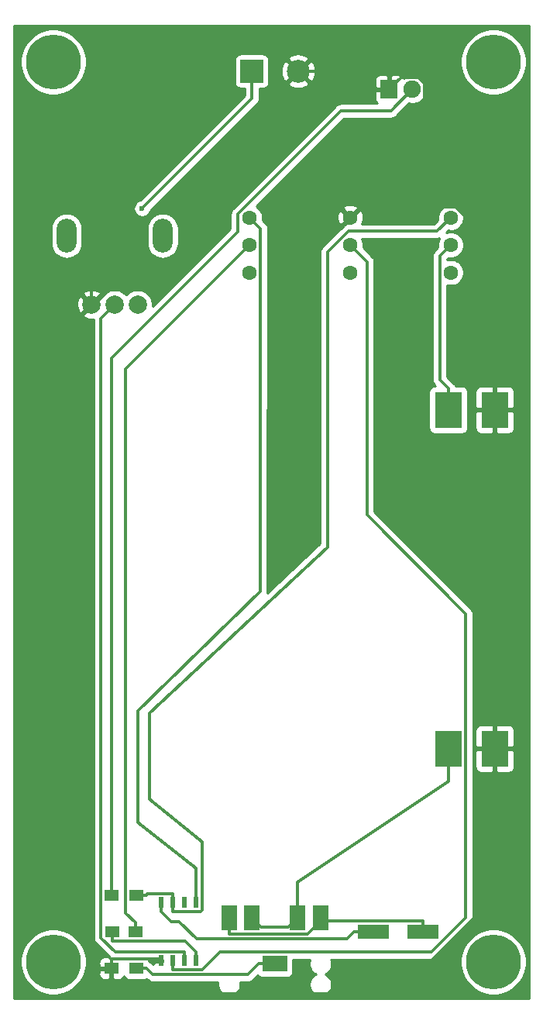
<source format=gbr>
G04 #@! TF.GenerationSoftware,KiCad,Pcbnew,(5.1.0-0)*
G04 #@! TF.CreationDate,2019-04-30T21:56:07-04:00*
G04 #@! TF.ProjectId,The Ear Tool,54686520-4561-4722-9054-6f6f6c2e6b69,1.3*
G04 #@! TF.SameCoordinates,Original*
G04 #@! TF.FileFunction,Copper,L2,Bot*
G04 #@! TF.FilePolarity,Positive*
%FSLAX46Y46*%
G04 Gerber Fmt 4.6, Leading zero omitted, Abs format (unit mm)*
G04 Created by KiCad (PCBNEW (5.1.0-0)) date 2019-04-30 21:56:07*
%MOMM*%
%LPD*%
G04 APERTURE LIST*
%ADD10R,1.900000X2.000000*%
%ADD11C,1.900000*%
%ADD12R,3.000000X4.000000*%
%ADD13C,1.600000*%
%ADD14C,6.000000*%
%ADD15C,2.000000*%
%ADD16O,2.200000X3.700000*%
%ADD17R,2.700000X1.800000*%
%ADD18R,1.800000X2.700000*%
%ADD19R,3.500000X1.600000*%
%ADD20R,0.508000X1.143000*%
%ADD21R,2.500000X2.500000*%
%ADD22C,2.500000*%
%ADD23R,1.500000X1.250000*%
%ADD24R,1.500000X1.300000*%
%ADD25C,0.600000*%
%ADD26C,0.350000*%
%ADD27C,0.254000*%
G04 APERTURE END LIST*
D10*
X146000000Y-45000000D03*
D11*
X148540000Y-45000000D03*
D12*
X157540000Y-117000000D03*
X152460000Y-117000000D03*
X152460000Y-80000000D03*
X157540000Y-80000000D03*
D13*
X152750000Y-65000000D03*
X152750000Y-62000000D03*
X152750000Y-59000000D03*
X141750000Y-65000000D03*
X141750000Y-62000000D03*
X141750000Y-59000000D03*
D14*
X109300000Y-42000000D03*
X157400000Y-42000000D03*
X109300000Y-140300000D03*
X157400000Y-140300000D03*
D15*
X113500000Y-68500000D03*
X116000000Y-68500000D03*
X118500000Y-68500000D03*
D16*
X110750000Y-61000000D03*
X121250000Y-61000000D03*
D17*
X133500000Y-140500000D03*
D18*
X128500000Y-135500000D03*
X131000000Y-135500000D03*
X136000000Y-135500000D03*
X138500000Y-135500000D03*
D19*
X144300000Y-137000000D03*
X149700000Y-137000000D03*
D20*
X124905000Y-133825000D03*
X123635000Y-133825000D03*
X122365000Y-133825000D03*
X121095000Y-133825000D03*
X121095000Y-140175000D03*
X122365000Y-140175000D03*
X123635000Y-140175000D03*
X124905000Y-140175000D03*
D21*
X131000000Y-43000000D03*
D22*
X136080000Y-43000000D03*
D13*
X130750000Y-65000000D03*
X130750000Y-62000000D03*
X130750000Y-59000000D03*
D23*
X115750000Y-137000000D03*
X118250000Y-137000000D03*
D24*
X115650000Y-133000000D03*
X118350000Y-133000000D03*
X118350000Y-141000000D03*
X115650000Y-141000000D03*
D25*
X119000000Y-58000000D03*
D26*
X115750000Y-137000000D02*
X115750000Y-138000300D01*
X124905000Y-140175000D02*
X124905000Y-139228200D01*
X123677100Y-138000300D02*
X124905000Y-139228200D01*
X115750000Y-138000300D02*
X123677100Y-138000300D01*
X117224600Y-75525400D02*
X130750000Y-62000000D01*
X117224600Y-134974300D02*
X117224600Y-75525400D01*
X118250000Y-135999700D02*
X117224600Y-134974300D01*
X118250000Y-137000000D02*
X118250000Y-135999700D01*
X121095000Y-133825000D02*
X121095000Y-134771800D01*
X144300000Y-137000000D02*
X142174700Y-137000000D01*
X141384700Y-137790000D02*
X142174700Y-137000000D01*
X124958100Y-137790000D02*
X141384700Y-137790000D01*
X123067000Y-135898900D02*
X124958100Y-137790000D01*
X122222100Y-135898900D02*
X123067000Y-135898900D01*
X121095000Y-134771800D02*
X122222100Y-135898900D01*
X149700000Y-137000000D02*
X149700000Y-135824700D01*
X137099400Y-137225300D02*
X128500000Y-137225300D01*
X138662400Y-135662300D02*
X137099400Y-137225300D01*
X138824700Y-135824700D02*
X138662400Y-135662300D01*
X149700000Y-135824700D02*
X138824700Y-135824700D01*
X138662400Y-135662300D02*
X138500000Y-135500000D01*
X128500000Y-135500000D02*
X128500000Y-137225300D01*
X146000000Y-45000000D02*
X144674700Y-45000000D01*
X120894700Y-139974700D02*
X115650000Y-139974700D01*
X121095000Y-140175000D02*
X120894700Y-139974700D01*
X115650000Y-141000000D02*
X115650000Y-139974700D01*
X115650000Y-141000000D02*
X115650000Y-142025300D01*
X142674700Y-43000000D02*
X136080000Y-43000000D01*
X144674700Y-45000000D02*
X142674700Y-43000000D01*
X157540000Y-133188100D02*
X157540000Y-117000000D01*
X146950100Y-143778000D02*
X157540000Y-133188100D01*
X117402700Y-143778000D02*
X146950100Y-143778000D01*
X115650000Y-142025300D02*
X117402700Y-143778000D01*
X157540000Y-117000000D02*
X157540000Y-80000000D01*
X113500000Y-65580000D02*
X113500000Y-68500000D01*
X136080000Y-43000000D02*
X113500000Y-65580000D01*
X147325400Y-43674600D02*
X146000000Y-45000000D01*
X149161000Y-43674600D02*
X147325400Y-43674600D01*
X149899500Y-44413100D02*
X149161000Y-43674600D01*
X149899500Y-57816100D02*
X149899500Y-44413100D01*
X153228600Y-57816100D02*
X149899500Y-57816100D01*
X157540000Y-62127500D02*
X153228600Y-57816100D01*
X157540000Y-80000000D02*
X157540000Y-62127500D01*
X142933900Y-57816100D02*
X141750000Y-59000000D01*
X149899500Y-57816100D02*
X142933900Y-57816100D01*
X146201100Y-47338900D02*
X148540000Y-45000000D01*
X140737400Y-47338900D02*
X146201100Y-47338900D01*
X129459300Y-58617000D02*
X140737400Y-47338900D01*
X129459300Y-60530600D02*
X129459300Y-58617000D01*
X115650000Y-74339900D02*
X129459300Y-60530600D01*
X115650000Y-133000000D02*
X115650000Y-74339900D01*
X152460000Y-117000000D02*
X152450000Y-120550000D01*
X134998800Y-136501200D02*
X136000000Y-135500000D01*
X132001200Y-136501200D02*
X134998800Y-136501200D01*
X131000000Y-135500000D02*
X132001200Y-136501200D01*
X136000000Y-131584700D02*
X152450000Y-120550000D01*
X136000000Y-135500000D02*
X136000000Y-131584700D01*
X123635000Y-140175000D02*
X123635000Y-139228200D01*
X114507300Y-69992700D02*
X116000000Y-68500000D01*
X114507300Y-137663500D02*
X114507300Y-69992700D01*
X116072000Y-139228200D02*
X114507300Y-137663500D01*
X123635000Y-139228200D02*
X116072000Y-139228200D01*
X151551900Y-76716600D02*
X152460000Y-77624700D01*
X151551900Y-63198100D02*
X151551900Y-76716600D01*
X152750000Y-62000000D02*
X151551900Y-63198100D01*
X152460000Y-80000000D02*
X152460000Y-77624700D01*
X151250000Y-60500000D02*
X152750000Y-59000000D01*
X141551300Y-60500000D02*
X151250000Y-60500000D01*
X139275500Y-62775800D02*
X141551300Y-60500000D01*
X139275500Y-94971200D02*
X139275500Y-62775800D01*
X119800000Y-113100000D02*
X139275500Y-94971200D01*
X119850000Y-122550000D02*
X119800000Y-113100000D01*
X125550000Y-127150000D02*
X119850000Y-122550000D01*
X125534400Y-134602000D02*
X125550000Y-127150000D01*
X125364600Y-134771800D02*
X125534400Y-134602000D01*
X122365000Y-134771800D02*
X125364600Y-134771800D01*
X122365000Y-133825000D02*
X122365000Y-134771800D01*
X119597100Y-132878200D02*
X122365000Y-132878200D01*
X119475300Y-133000000D02*
X119597100Y-132878200D01*
X118350000Y-133000000D02*
X119475300Y-133000000D01*
X122365000Y-133825000D02*
X122365000Y-132878200D01*
X143574600Y-63824600D02*
X141750000Y-62000000D01*
X143574600Y-91490000D02*
X143574600Y-63824600D01*
X154373900Y-102289300D02*
X143574600Y-91490000D01*
X154373900Y-135455600D02*
X154373900Y-102289300D01*
X150604800Y-139224700D02*
X154373900Y-135455600D01*
X127474300Y-139224700D02*
X150604800Y-139224700D01*
X125577200Y-141121800D02*
X127474300Y-139224700D01*
X122365000Y-141121800D02*
X125577200Y-141121800D01*
X122365000Y-140175000D02*
X122365000Y-141121800D01*
X118350000Y-141000000D02*
X119475300Y-141000000D01*
X133500000Y-140500000D02*
X131774700Y-140500000D01*
X130589800Y-141684900D02*
X131774700Y-140500000D01*
X120160200Y-141684900D02*
X130589800Y-141684900D01*
X119475300Y-141000000D02*
X120160200Y-141684900D01*
X131000000Y-46000000D02*
X131000000Y-43000000D01*
X119000000Y-58000000D02*
X131000000Y-46000000D01*
X124905000Y-130071000D02*
X124905000Y-133825000D01*
X118550000Y-125100000D02*
X124905000Y-130071000D01*
X118550000Y-112850000D02*
X118550000Y-125100000D01*
X131900000Y-99850000D02*
X118550000Y-112850000D01*
X131947400Y-60197400D02*
X131900000Y-99850000D01*
X130750000Y-59000000D02*
X131947400Y-60197400D01*
D27*
G36*
X161290001Y-38265115D02*
G01*
X161290000Y-38265124D01*
X161290001Y-143965114D01*
X161290000Y-143965124D01*
X161290000Y-144290000D01*
X105010000Y-144290000D01*
X105010000Y-139941984D01*
X105665000Y-139941984D01*
X105665000Y-140658016D01*
X105804691Y-141360290D01*
X106078705Y-142021818D01*
X106476511Y-142617177D01*
X106982823Y-143123489D01*
X107578182Y-143521295D01*
X108239710Y-143795309D01*
X108941984Y-143935000D01*
X109658016Y-143935000D01*
X110360290Y-143795309D01*
X111021818Y-143521295D01*
X111617177Y-143123489D01*
X112123489Y-142617177D01*
X112521295Y-142021818D01*
X112675307Y-141650000D01*
X114261928Y-141650000D01*
X114274188Y-141774482D01*
X114310498Y-141894180D01*
X114369463Y-142004494D01*
X114448815Y-142101185D01*
X114545506Y-142180537D01*
X114655820Y-142239502D01*
X114775518Y-142275812D01*
X114900000Y-142288072D01*
X115364250Y-142285000D01*
X115523000Y-142126250D01*
X115523000Y-141127000D01*
X114423750Y-141127000D01*
X114265000Y-141285750D01*
X114261928Y-141650000D01*
X112675307Y-141650000D01*
X112795309Y-141360290D01*
X112935000Y-140658016D01*
X112935000Y-139941984D01*
X112795309Y-139239710D01*
X112521295Y-138578182D01*
X112123489Y-137982823D01*
X111617177Y-137476511D01*
X111021818Y-137078705D01*
X110360290Y-136804691D01*
X109658016Y-136665000D01*
X108941984Y-136665000D01*
X108239710Y-136804691D01*
X107578182Y-137078705D01*
X106982823Y-137476511D01*
X106476511Y-137982823D01*
X106078705Y-138578182D01*
X105804691Y-139239710D01*
X105665000Y-139941984D01*
X105010000Y-139941984D01*
X105010000Y-69635413D01*
X112544192Y-69635413D01*
X112639956Y-69899814D01*
X112929571Y-70040704D01*
X113241108Y-70122384D01*
X113562595Y-70141718D01*
X113697301Y-70123245D01*
X113697300Y-137623712D01*
X113693381Y-137663500D01*
X113697300Y-137703288D01*
X113697300Y-137703290D01*
X113709020Y-137822287D01*
X113755337Y-137974972D01*
X113787583Y-138035300D01*
X113830551Y-138115689D01*
X113862003Y-138154013D01*
X113931772Y-138239028D01*
X113962687Y-138264399D01*
X115471105Y-139772818D01*
X115496472Y-139803728D01*
X115522998Y-139825497D01*
X115522998Y-139873748D01*
X115364250Y-139715000D01*
X114900000Y-139711928D01*
X114775518Y-139724188D01*
X114655820Y-139760498D01*
X114545506Y-139819463D01*
X114448815Y-139898815D01*
X114369463Y-139995506D01*
X114310498Y-140105820D01*
X114274188Y-140225518D01*
X114261928Y-140350000D01*
X114265000Y-140714250D01*
X114423750Y-140873000D01*
X115523000Y-140873000D01*
X115523000Y-140853000D01*
X115777000Y-140853000D01*
X115777000Y-140873000D01*
X115797000Y-140873000D01*
X115797000Y-141127000D01*
X115777000Y-141127000D01*
X115777000Y-142126250D01*
X115935750Y-142285000D01*
X116400000Y-142288072D01*
X116524482Y-142275812D01*
X116644180Y-142239502D01*
X116754494Y-142180537D01*
X116851185Y-142101185D01*
X116930537Y-142004494D01*
X116989502Y-141894180D01*
X117000000Y-141859573D01*
X117010498Y-141894180D01*
X117069463Y-142004494D01*
X117148815Y-142101185D01*
X117245506Y-142180537D01*
X117355820Y-142239502D01*
X117475518Y-142275812D01*
X117600000Y-142288072D01*
X119100000Y-142288072D01*
X119224482Y-142275812D01*
X119344180Y-142239502D01*
X119454494Y-142180537D01*
X119485159Y-142155371D01*
X119559305Y-142229518D01*
X119584672Y-142260428D01*
X119615580Y-142285793D01*
X119708010Y-142361649D01*
X119783224Y-142401851D01*
X119848727Y-142436863D01*
X120001412Y-142483180D01*
X120120409Y-142494900D01*
X120120412Y-142494900D01*
X120160200Y-142498819D01*
X120199988Y-142494900D01*
X127291547Y-142494900D01*
X127265000Y-142628363D01*
X127265000Y-142871637D01*
X127312460Y-143110236D01*
X127405557Y-143334992D01*
X127540713Y-143537267D01*
X127712733Y-143709287D01*
X127915008Y-143844443D01*
X128139764Y-143937540D01*
X128378363Y-143985000D01*
X128621637Y-143985000D01*
X128860236Y-143937540D01*
X129084992Y-143844443D01*
X129287267Y-143709287D01*
X129459287Y-143537267D01*
X129594443Y-143334992D01*
X129687540Y-143110236D01*
X129735000Y-142871637D01*
X129735000Y-142628363D01*
X129708453Y-142494900D01*
X130550012Y-142494900D01*
X130589800Y-142498819D01*
X130629588Y-142494900D01*
X130629591Y-142494900D01*
X130748588Y-142483180D01*
X130901273Y-142436863D01*
X131041989Y-142361649D01*
X131165328Y-142260428D01*
X131190699Y-142229513D01*
X131640313Y-141779900D01*
X131698815Y-141851185D01*
X131795506Y-141930537D01*
X131905820Y-141989502D01*
X132025518Y-142025812D01*
X132150000Y-142038072D01*
X134850000Y-142038072D01*
X134974482Y-142025812D01*
X135094180Y-141989502D01*
X135204494Y-141930537D01*
X135301185Y-141851185D01*
X135380537Y-141754494D01*
X135439502Y-141644180D01*
X135475812Y-141524482D01*
X135488072Y-141400000D01*
X135488072Y-140034700D01*
X137355979Y-140034700D01*
X137312460Y-140139764D01*
X137265000Y-140378363D01*
X137265000Y-140621637D01*
X137312460Y-140860236D01*
X137405557Y-141084992D01*
X137540713Y-141287267D01*
X137712733Y-141459287D01*
X137915008Y-141594443D01*
X137988779Y-141625000D01*
X137915008Y-141655557D01*
X137712733Y-141790713D01*
X137540713Y-141962733D01*
X137405557Y-142165008D01*
X137312460Y-142389764D01*
X137265000Y-142628363D01*
X137265000Y-142871637D01*
X137312460Y-143110236D01*
X137405557Y-143334992D01*
X137540713Y-143537267D01*
X137712733Y-143709287D01*
X137915008Y-143844443D01*
X138139764Y-143937540D01*
X138378363Y-143985000D01*
X138621637Y-143985000D01*
X138860236Y-143937540D01*
X139084992Y-143844443D01*
X139287267Y-143709287D01*
X139459287Y-143537267D01*
X139594443Y-143334992D01*
X139687540Y-143110236D01*
X139735000Y-142871637D01*
X139735000Y-142628363D01*
X139687540Y-142389764D01*
X139594443Y-142165008D01*
X139459287Y-141962733D01*
X139287267Y-141790713D01*
X139084992Y-141655557D01*
X139011221Y-141625000D01*
X139084992Y-141594443D01*
X139287267Y-141459287D01*
X139459287Y-141287267D01*
X139594443Y-141084992D01*
X139687540Y-140860236D01*
X139735000Y-140621637D01*
X139735000Y-140378363D01*
X139687540Y-140139764D01*
X139644021Y-140034700D01*
X150565012Y-140034700D01*
X150604800Y-140038619D01*
X150644588Y-140034700D01*
X150644591Y-140034700D01*
X150763588Y-140022980D01*
X150916273Y-139976663D01*
X150981153Y-139941984D01*
X153765000Y-139941984D01*
X153765000Y-140658016D01*
X153904691Y-141360290D01*
X154178705Y-142021818D01*
X154576511Y-142617177D01*
X155082823Y-143123489D01*
X155678182Y-143521295D01*
X156339710Y-143795309D01*
X157041984Y-143935000D01*
X157758016Y-143935000D01*
X158460290Y-143795309D01*
X159121818Y-143521295D01*
X159717177Y-143123489D01*
X160223489Y-142617177D01*
X160621295Y-142021818D01*
X160895309Y-141360290D01*
X161035000Y-140658016D01*
X161035000Y-139941984D01*
X160895309Y-139239710D01*
X160621295Y-138578182D01*
X160223489Y-137982823D01*
X159717177Y-137476511D01*
X159121818Y-137078705D01*
X158460290Y-136804691D01*
X157758016Y-136665000D01*
X157041984Y-136665000D01*
X156339710Y-136804691D01*
X155678182Y-137078705D01*
X155082823Y-137476511D01*
X154576511Y-137982823D01*
X154178705Y-138578182D01*
X153904691Y-139239710D01*
X153765000Y-139941984D01*
X150981153Y-139941984D01*
X151056989Y-139901449D01*
X151180328Y-139800228D01*
X151205700Y-139769312D01*
X154918519Y-136056494D01*
X154949428Y-136031128D01*
X155011231Y-135955820D01*
X155050649Y-135907790D01*
X155114560Y-135788219D01*
X155125863Y-135767073D01*
X155172180Y-135614388D01*
X155183900Y-135495391D01*
X155183900Y-135495389D01*
X155187819Y-135455601D01*
X155183900Y-135415813D01*
X155183900Y-119000000D01*
X155401928Y-119000000D01*
X155414188Y-119124482D01*
X155450498Y-119244180D01*
X155509463Y-119354494D01*
X155588815Y-119451185D01*
X155685506Y-119530537D01*
X155795820Y-119589502D01*
X155915518Y-119625812D01*
X156040000Y-119638072D01*
X157254250Y-119635000D01*
X157413000Y-119476250D01*
X157413000Y-117127000D01*
X157667000Y-117127000D01*
X157667000Y-119476250D01*
X157825750Y-119635000D01*
X159040000Y-119638072D01*
X159164482Y-119625812D01*
X159284180Y-119589502D01*
X159394494Y-119530537D01*
X159491185Y-119451185D01*
X159570537Y-119354494D01*
X159629502Y-119244180D01*
X159665812Y-119124482D01*
X159678072Y-119000000D01*
X159675000Y-117285750D01*
X159516250Y-117127000D01*
X157667000Y-117127000D01*
X157413000Y-117127000D01*
X155563750Y-117127000D01*
X155405000Y-117285750D01*
X155401928Y-119000000D01*
X155183900Y-119000000D01*
X155183900Y-115000000D01*
X155401928Y-115000000D01*
X155405000Y-116714250D01*
X155563750Y-116873000D01*
X157413000Y-116873000D01*
X157413000Y-114523750D01*
X157667000Y-114523750D01*
X157667000Y-116873000D01*
X159516250Y-116873000D01*
X159675000Y-116714250D01*
X159678072Y-115000000D01*
X159665812Y-114875518D01*
X159629502Y-114755820D01*
X159570537Y-114645506D01*
X159491185Y-114548815D01*
X159394494Y-114469463D01*
X159284180Y-114410498D01*
X159164482Y-114374188D01*
X159040000Y-114361928D01*
X157825750Y-114365000D01*
X157667000Y-114523750D01*
X157413000Y-114523750D01*
X157254250Y-114365000D01*
X156040000Y-114361928D01*
X155915518Y-114374188D01*
X155795820Y-114410498D01*
X155685506Y-114469463D01*
X155588815Y-114548815D01*
X155509463Y-114645506D01*
X155450498Y-114755820D01*
X155414188Y-114875518D01*
X155401928Y-115000000D01*
X155183900Y-115000000D01*
X155183900Y-102329091D01*
X155187819Y-102289300D01*
X155172180Y-102130512D01*
X155125863Y-101977826D01*
X155050649Y-101837111D01*
X154974793Y-101744680D01*
X154949428Y-101713772D01*
X154918518Y-101688405D01*
X144384600Y-91154488D01*
X144384600Y-63864387D01*
X144388519Y-63824599D01*
X144384600Y-63784809D01*
X144372880Y-63665812D01*
X144326563Y-63513127D01*
X144255327Y-63379853D01*
X144251349Y-63372410D01*
X144205719Y-63316810D01*
X144150128Y-63249072D01*
X144119218Y-63223705D01*
X143160420Y-62264907D01*
X143185000Y-62141335D01*
X143185000Y-61858665D01*
X143129853Y-61581426D01*
X143021680Y-61320273D01*
X143014816Y-61310000D01*
X151210212Y-61310000D01*
X151250000Y-61313919D01*
X151289788Y-61310000D01*
X151289791Y-61310000D01*
X151408788Y-61298280D01*
X151514427Y-61266234D01*
X151478320Y-61320273D01*
X151370147Y-61581426D01*
X151315000Y-61858665D01*
X151315000Y-62141335D01*
X151339580Y-62264907D01*
X151007287Y-62597201D01*
X150976372Y-62622572D01*
X150929467Y-62679727D01*
X150875151Y-62745911D01*
X150834949Y-62821125D01*
X150799937Y-62886628D01*
X150753620Y-63039313D01*
X150742930Y-63147851D01*
X150737981Y-63198100D01*
X150741900Y-63237888D01*
X150741901Y-76676802D01*
X150737981Y-76716600D01*
X150753621Y-76875387D01*
X150799938Y-77028073D01*
X150875151Y-77168789D01*
X150930752Y-77236539D01*
X150976373Y-77292128D01*
X151007283Y-77317495D01*
X151051716Y-77361928D01*
X150960000Y-77361928D01*
X150835518Y-77374188D01*
X150715820Y-77410498D01*
X150605506Y-77469463D01*
X150508815Y-77548815D01*
X150429463Y-77645506D01*
X150370498Y-77755820D01*
X150334188Y-77875518D01*
X150321928Y-78000000D01*
X150321928Y-82000000D01*
X150334188Y-82124482D01*
X150370498Y-82244180D01*
X150429463Y-82354494D01*
X150508815Y-82451185D01*
X150605506Y-82530537D01*
X150715820Y-82589502D01*
X150835518Y-82625812D01*
X150960000Y-82638072D01*
X153960000Y-82638072D01*
X154084482Y-82625812D01*
X154204180Y-82589502D01*
X154314494Y-82530537D01*
X154411185Y-82451185D01*
X154490537Y-82354494D01*
X154549502Y-82244180D01*
X154585812Y-82124482D01*
X154598072Y-82000000D01*
X155401928Y-82000000D01*
X155414188Y-82124482D01*
X155450498Y-82244180D01*
X155509463Y-82354494D01*
X155588815Y-82451185D01*
X155685506Y-82530537D01*
X155795820Y-82589502D01*
X155915518Y-82625812D01*
X156040000Y-82638072D01*
X157254250Y-82635000D01*
X157413000Y-82476250D01*
X157413000Y-80127000D01*
X157667000Y-80127000D01*
X157667000Y-82476250D01*
X157825750Y-82635000D01*
X159040000Y-82638072D01*
X159164482Y-82625812D01*
X159284180Y-82589502D01*
X159394494Y-82530537D01*
X159491185Y-82451185D01*
X159570537Y-82354494D01*
X159629502Y-82244180D01*
X159665812Y-82124482D01*
X159678072Y-82000000D01*
X159675000Y-80285750D01*
X159516250Y-80127000D01*
X157667000Y-80127000D01*
X157413000Y-80127000D01*
X155563750Y-80127000D01*
X155405000Y-80285750D01*
X155401928Y-82000000D01*
X154598072Y-82000000D01*
X154598072Y-78000000D01*
X155401928Y-78000000D01*
X155405000Y-79714250D01*
X155563750Y-79873000D01*
X157413000Y-79873000D01*
X157413000Y-77523750D01*
X157667000Y-77523750D01*
X157667000Y-79873000D01*
X159516250Y-79873000D01*
X159675000Y-79714250D01*
X159678072Y-78000000D01*
X159665812Y-77875518D01*
X159629502Y-77755820D01*
X159570537Y-77645506D01*
X159491185Y-77548815D01*
X159394494Y-77469463D01*
X159284180Y-77410498D01*
X159164482Y-77374188D01*
X159040000Y-77361928D01*
X157825750Y-77365000D01*
X157667000Y-77523750D01*
X157413000Y-77523750D01*
X157254250Y-77365000D01*
X156040000Y-77361928D01*
X155915518Y-77374188D01*
X155795820Y-77410498D01*
X155685506Y-77469463D01*
X155588815Y-77548815D01*
X155509463Y-77645506D01*
X155450498Y-77755820D01*
X155414188Y-77875518D01*
X155401928Y-78000000D01*
X154598072Y-78000000D01*
X154585812Y-77875518D01*
X154549502Y-77755820D01*
X154490537Y-77645506D01*
X154411185Y-77548815D01*
X154314494Y-77469463D01*
X154204180Y-77410498D01*
X154084482Y-77374188D01*
X153960000Y-77361928D01*
X153226736Y-77361928D01*
X153211963Y-77313227D01*
X153176951Y-77247724D01*
X153136749Y-77172510D01*
X153091119Y-77116910D01*
X153035528Y-77049172D01*
X153004618Y-77023805D01*
X152361900Y-76381088D01*
X152361900Y-66385915D01*
X152608665Y-66435000D01*
X152891335Y-66435000D01*
X153168574Y-66379853D01*
X153429727Y-66271680D01*
X153664759Y-66114637D01*
X153864637Y-65914759D01*
X154021680Y-65679727D01*
X154129853Y-65418574D01*
X154185000Y-65141335D01*
X154185000Y-64858665D01*
X154129853Y-64581426D01*
X154021680Y-64320273D01*
X153864637Y-64085241D01*
X153664759Y-63885363D01*
X153429727Y-63728320D01*
X153168574Y-63620147D01*
X152891335Y-63565000D01*
X152608665Y-63565000D01*
X152361900Y-63614085D01*
X152361900Y-63533612D01*
X152485093Y-63410420D01*
X152608665Y-63435000D01*
X152891335Y-63435000D01*
X153168574Y-63379853D01*
X153429727Y-63271680D01*
X153664759Y-63114637D01*
X153864637Y-62914759D01*
X154021680Y-62679727D01*
X154129853Y-62418574D01*
X154185000Y-62141335D01*
X154185000Y-61858665D01*
X154129853Y-61581426D01*
X154021680Y-61320273D01*
X153864637Y-61085241D01*
X153664759Y-60885363D01*
X153429727Y-60728320D01*
X153168574Y-60620147D01*
X152891335Y-60565000D01*
X152608665Y-60565000D01*
X152331426Y-60620147D01*
X152235724Y-60659788D01*
X152485093Y-60410420D01*
X152608665Y-60435000D01*
X152891335Y-60435000D01*
X153168574Y-60379853D01*
X153429727Y-60271680D01*
X153664759Y-60114637D01*
X153864637Y-59914759D01*
X154021680Y-59679727D01*
X154129853Y-59418574D01*
X154185000Y-59141335D01*
X154185000Y-58858665D01*
X154129853Y-58581426D01*
X154021680Y-58320273D01*
X153864637Y-58085241D01*
X153664759Y-57885363D01*
X153429727Y-57728320D01*
X153168574Y-57620147D01*
X152891335Y-57565000D01*
X152608665Y-57565000D01*
X152331426Y-57620147D01*
X152070273Y-57728320D01*
X151835241Y-57885363D01*
X151635363Y-58085241D01*
X151478320Y-58320273D01*
X151370147Y-58581426D01*
X151315000Y-58858665D01*
X151315000Y-59141335D01*
X151339580Y-59264907D01*
X150914488Y-59690000D01*
X143011046Y-59690000D01*
X143107571Y-59486004D01*
X143176300Y-59211816D01*
X143190217Y-58929488D01*
X143148787Y-58649870D01*
X143053603Y-58383708D01*
X142986671Y-58258486D01*
X142742702Y-58186903D01*
X141929605Y-59000000D01*
X141943748Y-59014143D01*
X141764143Y-59193748D01*
X141750000Y-59179605D01*
X141114672Y-59814933D01*
X141099110Y-59823251D01*
X141043510Y-59868881D01*
X140975772Y-59924472D01*
X140950407Y-59955380D01*
X138730883Y-62174905D01*
X138699973Y-62200272D01*
X138674608Y-62231180D01*
X138598751Y-62323611D01*
X138523538Y-62464327D01*
X138477221Y-62617013D01*
X138461581Y-62775800D01*
X138465501Y-62815598D01*
X138465500Y-94618573D01*
X132700569Y-99984869D01*
X132705514Y-99935264D01*
X132713847Y-99860811D01*
X132710040Y-99816077D01*
X132757351Y-60237680D01*
X132761319Y-60197399D01*
X132753514Y-60118162D01*
X132745869Y-60039567D01*
X132745727Y-60039096D01*
X132745679Y-60038611D01*
X132722648Y-59962689D01*
X132699734Y-59886827D01*
X132699505Y-59886397D01*
X132699362Y-59885926D01*
X132661679Y-59815425D01*
X132624689Y-59746021D01*
X132624382Y-59745646D01*
X132624149Y-59745210D01*
X132573534Y-59683537D01*
X132523615Y-59622561D01*
X132492368Y-59596855D01*
X132160420Y-59264907D01*
X132185000Y-59141335D01*
X132185000Y-59070512D01*
X140309783Y-59070512D01*
X140351213Y-59350130D01*
X140446397Y-59616292D01*
X140513329Y-59741514D01*
X140757298Y-59813097D01*
X141570395Y-59000000D01*
X140757298Y-58186903D01*
X140513329Y-58258486D01*
X140392429Y-58513996D01*
X140323700Y-58788184D01*
X140309783Y-59070512D01*
X132185000Y-59070512D01*
X132185000Y-58858665D01*
X132129853Y-58581426D01*
X132021680Y-58320273D01*
X131864637Y-58085241D01*
X131786694Y-58007298D01*
X140936903Y-58007298D01*
X141750000Y-58820395D01*
X142563097Y-58007298D01*
X142491514Y-57763329D01*
X142236004Y-57642429D01*
X141961816Y-57573700D01*
X141679488Y-57559783D01*
X141399870Y-57601213D01*
X141133708Y-57696397D01*
X141008486Y-57763329D01*
X140936903Y-58007298D01*
X131786694Y-58007298D01*
X131664759Y-57885363D01*
X131467951Y-57753861D01*
X141072912Y-48148900D01*
X146161312Y-48148900D01*
X146201100Y-48152819D01*
X146240888Y-48148900D01*
X146240891Y-48148900D01*
X146359888Y-48137180D01*
X146512573Y-48090863D01*
X146653289Y-48015649D01*
X146776628Y-47914428D01*
X146802000Y-47883513D01*
X148147528Y-46537984D01*
X148383891Y-46585000D01*
X148696109Y-46585000D01*
X149002327Y-46524089D01*
X149290779Y-46404609D01*
X149550379Y-46231150D01*
X149771150Y-46010379D01*
X149944609Y-45750779D01*
X150064089Y-45462327D01*
X150125000Y-45156109D01*
X150125000Y-44843891D01*
X150064089Y-44537673D01*
X149944609Y-44249221D01*
X149771150Y-43989621D01*
X149550379Y-43768850D01*
X149290779Y-43595391D01*
X149002327Y-43475911D01*
X148696109Y-43415000D01*
X148383891Y-43415000D01*
X148077673Y-43475911D01*
X147789221Y-43595391D01*
X147541123Y-43761164D01*
X147539502Y-43755820D01*
X147480537Y-43645506D01*
X147401185Y-43548815D01*
X147304494Y-43469463D01*
X147194180Y-43410498D01*
X147074482Y-43374188D01*
X146950000Y-43361928D01*
X146285750Y-43365000D01*
X146127000Y-43523750D01*
X146127000Y-44873000D01*
X146147000Y-44873000D01*
X146147000Y-45127000D01*
X146127000Y-45127000D01*
X146127000Y-45147000D01*
X145873000Y-45147000D01*
X145873000Y-45127000D01*
X144573750Y-45127000D01*
X144415000Y-45285750D01*
X144411928Y-46000000D01*
X144424188Y-46124482D01*
X144460498Y-46244180D01*
X144519463Y-46354494D01*
X144598815Y-46451185D01*
X144693511Y-46528900D01*
X140777188Y-46528900D01*
X140737400Y-46524981D01*
X140697612Y-46528900D01*
X140697609Y-46528900D01*
X140578612Y-46540620D01*
X140425927Y-46586937D01*
X140360424Y-46621949D01*
X140285210Y-46662151D01*
X140267423Y-46676749D01*
X140161872Y-46763372D01*
X140136500Y-46794288D01*
X128914683Y-58016105D01*
X128883773Y-58041472D01*
X128858408Y-58072380D01*
X128782551Y-58164811D01*
X128762823Y-58201721D01*
X128707338Y-58305527D01*
X128665670Y-58442889D01*
X128661021Y-58458213D01*
X128645381Y-58617000D01*
X128649301Y-58656798D01*
X128649300Y-60195087D01*
X120122993Y-68721394D01*
X120135000Y-68661033D01*
X120135000Y-68338967D01*
X120072168Y-68023088D01*
X119948918Y-67725537D01*
X119769987Y-67457748D01*
X119542252Y-67230013D01*
X119274463Y-67051082D01*
X118976912Y-66927832D01*
X118661033Y-66865000D01*
X118338967Y-66865000D01*
X118023088Y-66927832D01*
X117725537Y-67051082D01*
X117457748Y-67230013D01*
X117250000Y-67437761D01*
X117042252Y-67230013D01*
X116774463Y-67051082D01*
X116476912Y-66927832D01*
X116161033Y-66865000D01*
X115838967Y-66865000D01*
X115523088Y-66927832D01*
X115225537Y-67051082D01*
X114957748Y-67230013D01*
X114730013Y-67457748D01*
X114665075Y-67554935D01*
X114635413Y-67544192D01*
X113679605Y-68500000D01*
X113693748Y-68514143D01*
X113514143Y-68693748D01*
X113500000Y-68679605D01*
X112544192Y-69635413D01*
X105010000Y-69635413D01*
X105010000Y-68562595D01*
X111858282Y-68562595D01*
X111902039Y-68881675D01*
X112007205Y-69186088D01*
X112100186Y-69360044D01*
X112364587Y-69455808D01*
X113320395Y-68500000D01*
X112364587Y-67544192D01*
X112100186Y-67639956D01*
X111959296Y-67929571D01*
X111877616Y-68241108D01*
X111858282Y-68562595D01*
X105010000Y-68562595D01*
X105010000Y-67364587D01*
X112544192Y-67364587D01*
X113500000Y-68320395D01*
X114455808Y-67364587D01*
X114360044Y-67100186D01*
X114070429Y-66959296D01*
X113758892Y-66877616D01*
X113437405Y-66858282D01*
X113118325Y-66902039D01*
X112813912Y-67007205D01*
X112639956Y-67100186D01*
X112544192Y-67364587D01*
X105010000Y-67364587D01*
X105010000Y-60164776D01*
X109015000Y-60164776D01*
X109015000Y-61835225D01*
X109040105Y-62090119D01*
X109139315Y-62417168D01*
X109300422Y-62718578D01*
X109517235Y-62982766D01*
X109781423Y-63199579D01*
X110082833Y-63360686D01*
X110409882Y-63459895D01*
X110750000Y-63493394D01*
X111090119Y-63459895D01*
X111417168Y-63360686D01*
X111718578Y-63199579D01*
X111982766Y-62982766D01*
X112199579Y-62718578D01*
X112360686Y-62417168D01*
X112459895Y-62090119D01*
X112485000Y-61835225D01*
X112485000Y-60164776D01*
X119515000Y-60164776D01*
X119515000Y-61835225D01*
X119540105Y-62090119D01*
X119639315Y-62417168D01*
X119800422Y-62718578D01*
X120017235Y-62982766D01*
X120281423Y-63199579D01*
X120582833Y-63360686D01*
X120909882Y-63459895D01*
X121250000Y-63493394D01*
X121590119Y-63459895D01*
X121917168Y-63360686D01*
X122218578Y-63199579D01*
X122482766Y-62982766D01*
X122699579Y-62718578D01*
X122860686Y-62417168D01*
X122959895Y-62090119D01*
X122985000Y-61835225D01*
X122985000Y-60164775D01*
X122959895Y-59909881D01*
X122860686Y-59582832D01*
X122699579Y-59281422D01*
X122482766Y-59017234D01*
X122218577Y-58800421D01*
X121917167Y-58639314D01*
X121590118Y-58540105D01*
X121250000Y-58506606D01*
X120909881Y-58540105D01*
X120582832Y-58639314D01*
X120281422Y-58800421D01*
X120017234Y-59017234D01*
X119800421Y-59281423D01*
X119639314Y-59582833D01*
X119540105Y-59909882D01*
X119515000Y-60164776D01*
X112485000Y-60164776D01*
X112485000Y-60164775D01*
X112459895Y-59909881D01*
X112360686Y-59582832D01*
X112199579Y-59281422D01*
X111982766Y-59017234D01*
X111718577Y-58800421D01*
X111417167Y-58639314D01*
X111090118Y-58540105D01*
X110750000Y-58506606D01*
X110409881Y-58540105D01*
X110082832Y-58639314D01*
X109781422Y-58800421D01*
X109517234Y-59017234D01*
X109300421Y-59281423D01*
X109139314Y-59582833D01*
X109040105Y-59909882D01*
X109015000Y-60164776D01*
X105010000Y-60164776D01*
X105010000Y-57907911D01*
X118065000Y-57907911D01*
X118065000Y-58092089D01*
X118100932Y-58272729D01*
X118171414Y-58442889D01*
X118273738Y-58596028D01*
X118403972Y-58726262D01*
X118557111Y-58828586D01*
X118727271Y-58899068D01*
X118907911Y-58935000D01*
X119092089Y-58935000D01*
X119272729Y-58899068D01*
X119442889Y-58828586D01*
X119596028Y-58726262D01*
X119726262Y-58596028D01*
X119828586Y-58442889D01*
X119899068Y-58272729D01*
X119905595Y-58239917D01*
X131544619Y-46600894D01*
X131575528Y-46575528D01*
X131676749Y-46452189D01*
X131751963Y-46311473D01*
X131798280Y-46158788D01*
X131810000Y-46039791D01*
X131810000Y-46039788D01*
X131813919Y-46000000D01*
X131810000Y-45960212D01*
X131810000Y-44888072D01*
X132250000Y-44888072D01*
X132374482Y-44875812D01*
X132494180Y-44839502D01*
X132604494Y-44780537D01*
X132701185Y-44701185D01*
X132780537Y-44604494D01*
X132839502Y-44494180D01*
X132875812Y-44374482D01*
X132881807Y-44313605D01*
X134946000Y-44313605D01*
X135071914Y-44603577D01*
X135404126Y-44769433D01*
X135762312Y-44867290D01*
X136132706Y-44893389D01*
X136501075Y-44846725D01*
X136853262Y-44729094D01*
X137088086Y-44603577D01*
X137214000Y-44313605D01*
X136080000Y-43179605D01*
X134946000Y-44313605D01*
X132881807Y-44313605D01*
X132888072Y-44250000D01*
X132888072Y-43052706D01*
X134186611Y-43052706D01*
X134233275Y-43421075D01*
X134350906Y-43773262D01*
X134476423Y-44008086D01*
X134766395Y-44134000D01*
X135900395Y-43000000D01*
X136259605Y-43000000D01*
X137393605Y-44134000D01*
X137683577Y-44008086D01*
X137687613Y-44000000D01*
X144411928Y-44000000D01*
X144415000Y-44714250D01*
X144573750Y-44873000D01*
X145873000Y-44873000D01*
X145873000Y-43523750D01*
X145714250Y-43365000D01*
X145050000Y-43361928D01*
X144925518Y-43374188D01*
X144805820Y-43410498D01*
X144695506Y-43469463D01*
X144598815Y-43548815D01*
X144519463Y-43645506D01*
X144460498Y-43755820D01*
X144424188Y-43875518D01*
X144411928Y-44000000D01*
X137687613Y-44000000D01*
X137849433Y-43675874D01*
X137947290Y-43317688D01*
X137973389Y-42947294D01*
X137926725Y-42578925D01*
X137809094Y-42226738D01*
X137683577Y-41991914D01*
X137393605Y-41866000D01*
X136259605Y-43000000D01*
X135900395Y-43000000D01*
X134766395Y-41866000D01*
X134476423Y-41991914D01*
X134310567Y-42324126D01*
X134212710Y-42682312D01*
X134186611Y-43052706D01*
X132888072Y-43052706D01*
X132888072Y-41750000D01*
X132881808Y-41686395D01*
X134946000Y-41686395D01*
X136080000Y-42820395D01*
X137214000Y-41686395D01*
X137194716Y-41641984D01*
X153765000Y-41641984D01*
X153765000Y-42358016D01*
X153904691Y-43060290D01*
X154178705Y-43721818D01*
X154576511Y-44317177D01*
X155082823Y-44823489D01*
X155678182Y-45221295D01*
X156339710Y-45495309D01*
X157041984Y-45635000D01*
X157758016Y-45635000D01*
X158460290Y-45495309D01*
X159121818Y-45221295D01*
X159717177Y-44823489D01*
X160223489Y-44317177D01*
X160621295Y-43721818D01*
X160895309Y-43060290D01*
X161035000Y-42358016D01*
X161035000Y-41641984D01*
X160895309Y-40939710D01*
X160621295Y-40278182D01*
X160223489Y-39682823D01*
X159717177Y-39176511D01*
X159121818Y-38778705D01*
X158460290Y-38504691D01*
X157758016Y-38365000D01*
X157041984Y-38365000D01*
X156339710Y-38504691D01*
X155678182Y-38778705D01*
X155082823Y-39176511D01*
X154576511Y-39682823D01*
X154178705Y-40278182D01*
X153904691Y-40939710D01*
X153765000Y-41641984D01*
X137194716Y-41641984D01*
X137088086Y-41396423D01*
X136755874Y-41230567D01*
X136397688Y-41132710D01*
X136027294Y-41106611D01*
X135658925Y-41153275D01*
X135306738Y-41270906D01*
X135071914Y-41396423D01*
X134946000Y-41686395D01*
X132881808Y-41686395D01*
X132875812Y-41625518D01*
X132839502Y-41505820D01*
X132780537Y-41395506D01*
X132701185Y-41298815D01*
X132604494Y-41219463D01*
X132494180Y-41160498D01*
X132374482Y-41124188D01*
X132250000Y-41111928D01*
X129750000Y-41111928D01*
X129625518Y-41124188D01*
X129505820Y-41160498D01*
X129395506Y-41219463D01*
X129298815Y-41298815D01*
X129219463Y-41395506D01*
X129160498Y-41505820D01*
X129124188Y-41625518D01*
X129111928Y-41750000D01*
X129111928Y-44250000D01*
X129124188Y-44374482D01*
X129160498Y-44494180D01*
X129219463Y-44604494D01*
X129298815Y-44701185D01*
X129395506Y-44780537D01*
X129505820Y-44839502D01*
X129625518Y-44875812D01*
X129750000Y-44888072D01*
X130190000Y-44888072D01*
X130190000Y-45664487D01*
X118760083Y-57094405D01*
X118727271Y-57100932D01*
X118557111Y-57171414D01*
X118403972Y-57273738D01*
X118273738Y-57403972D01*
X118171414Y-57557111D01*
X118100932Y-57727271D01*
X118065000Y-57907911D01*
X105010000Y-57907911D01*
X105010000Y-41641984D01*
X105665000Y-41641984D01*
X105665000Y-42358016D01*
X105804691Y-43060290D01*
X106078705Y-43721818D01*
X106476511Y-44317177D01*
X106982823Y-44823489D01*
X107578182Y-45221295D01*
X108239710Y-45495309D01*
X108941984Y-45635000D01*
X109658016Y-45635000D01*
X110360290Y-45495309D01*
X111021818Y-45221295D01*
X111617177Y-44823489D01*
X112123489Y-44317177D01*
X112521295Y-43721818D01*
X112795309Y-43060290D01*
X112935000Y-42358016D01*
X112935000Y-41641984D01*
X112795309Y-40939710D01*
X112521295Y-40278182D01*
X112123489Y-39682823D01*
X111617177Y-39176511D01*
X111021818Y-38778705D01*
X110360290Y-38504691D01*
X109658016Y-38365000D01*
X108941984Y-38365000D01*
X108239710Y-38504691D01*
X107578182Y-38778705D01*
X106982823Y-39176511D01*
X106476511Y-39682823D01*
X106078705Y-40278182D01*
X105804691Y-40939710D01*
X105665000Y-41641984D01*
X105010000Y-41641984D01*
X105010000Y-38010000D01*
X161290001Y-38010000D01*
X161290001Y-38265115D01*
X161290001Y-38265115D01*
G37*
X161290001Y-38265115D02*
X161290000Y-38265124D01*
X161290001Y-143965114D01*
X161290000Y-143965124D01*
X161290000Y-144290000D01*
X105010000Y-144290000D01*
X105010000Y-139941984D01*
X105665000Y-139941984D01*
X105665000Y-140658016D01*
X105804691Y-141360290D01*
X106078705Y-142021818D01*
X106476511Y-142617177D01*
X106982823Y-143123489D01*
X107578182Y-143521295D01*
X108239710Y-143795309D01*
X108941984Y-143935000D01*
X109658016Y-143935000D01*
X110360290Y-143795309D01*
X111021818Y-143521295D01*
X111617177Y-143123489D01*
X112123489Y-142617177D01*
X112521295Y-142021818D01*
X112675307Y-141650000D01*
X114261928Y-141650000D01*
X114274188Y-141774482D01*
X114310498Y-141894180D01*
X114369463Y-142004494D01*
X114448815Y-142101185D01*
X114545506Y-142180537D01*
X114655820Y-142239502D01*
X114775518Y-142275812D01*
X114900000Y-142288072D01*
X115364250Y-142285000D01*
X115523000Y-142126250D01*
X115523000Y-141127000D01*
X114423750Y-141127000D01*
X114265000Y-141285750D01*
X114261928Y-141650000D01*
X112675307Y-141650000D01*
X112795309Y-141360290D01*
X112935000Y-140658016D01*
X112935000Y-139941984D01*
X112795309Y-139239710D01*
X112521295Y-138578182D01*
X112123489Y-137982823D01*
X111617177Y-137476511D01*
X111021818Y-137078705D01*
X110360290Y-136804691D01*
X109658016Y-136665000D01*
X108941984Y-136665000D01*
X108239710Y-136804691D01*
X107578182Y-137078705D01*
X106982823Y-137476511D01*
X106476511Y-137982823D01*
X106078705Y-138578182D01*
X105804691Y-139239710D01*
X105665000Y-139941984D01*
X105010000Y-139941984D01*
X105010000Y-69635413D01*
X112544192Y-69635413D01*
X112639956Y-69899814D01*
X112929571Y-70040704D01*
X113241108Y-70122384D01*
X113562595Y-70141718D01*
X113697301Y-70123245D01*
X113697300Y-137623712D01*
X113693381Y-137663500D01*
X113697300Y-137703288D01*
X113697300Y-137703290D01*
X113709020Y-137822287D01*
X113755337Y-137974972D01*
X113787583Y-138035300D01*
X113830551Y-138115689D01*
X113862003Y-138154013D01*
X113931772Y-138239028D01*
X113962687Y-138264399D01*
X115471105Y-139772818D01*
X115496472Y-139803728D01*
X115522998Y-139825497D01*
X115522998Y-139873748D01*
X115364250Y-139715000D01*
X114900000Y-139711928D01*
X114775518Y-139724188D01*
X114655820Y-139760498D01*
X114545506Y-139819463D01*
X114448815Y-139898815D01*
X114369463Y-139995506D01*
X114310498Y-140105820D01*
X114274188Y-140225518D01*
X114261928Y-140350000D01*
X114265000Y-140714250D01*
X114423750Y-140873000D01*
X115523000Y-140873000D01*
X115523000Y-140853000D01*
X115777000Y-140853000D01*
X115777000Y-140873000D01*
X115797000Y-140873000D01*
X115797000Y-141127000D01*
X115777000Y-141127000D01*
X115777000Y-142126250D01*
X115935750Y-142285000D01*
X116400000Y-142288072D01*
X116524482Y-142275812D01*
X116644180Y-142239502D01*
X116754494Y-142180537D01*
X116851185Y-142101185D01*
X116930537Y-142004494D01*
X116989502Y-141894180D01*
X117000000Y-141859573D01*
X117010498Y-141894180D01*
X117069463Y-142004494D01*
X117148815Y-142101185D01*
X117245506Y-142180537D01*
X117355820Y-142239502D01*
X117475518Y-142275812D01*
X117600000Y-142288072D01*
X119100000Y-142288072D01*
X119224482Y-142275812D01*
X119344180Y-142239502D01*
X119454494Y-142180537D01*
X119485159Y-142155371D01*
X119559305Y-142229518D01*
X119584672Y-142260428D01*
X119615580Y-142285793D01*
X119708010Y-142361649D01*
X119783224Y-142401851D01*
X119848727Y-142436863D01*
X120001412Y-142483180D01*
X120120409Y-142494900D01*
X120120412Y-142494900D01*
X120160200Y-142498819D01*
X120199988Y-142494900D01*
X127291547Y-142494900D01*
X127265000Y-142628363D01*
X127265000Y-142871637D01*
X127312460Y-143110236D01*
X127405557Y-143334992D01*
X127540713Y-143537267D01*
X127712733Y-143709287D01*
X127915008Y-143844443D01*
X128139764Y-143937540D01*
X128378363Y-143985000D01*
X128621637Y-143985000D01*
X128860236Y-143937540D01*
X129084992Y-143844443D01*
X129287267Y-143709287D01*
X129459287Y-143537267D01*
X129594443Y-143334992D01*
X129687540Y-143110236D01*
X129735000Y-142871637D01*
X129735000Y-142628363D01*
X129708453Y-142494900D01*
X130550012Y-142494900D01*
X130589800Y-142498819D01*
X130629588Y-142494900D01*
X130629591Y-142494900D01*
X130748588Y-142483180D01*
X130901273Y-142436863D01*
X131041989Y-142361649D01*
X131165328Y-142260428D01*
X131190699Y-142229513D01*
X131640313Y-141779900D01*
X131698815Y-141851185D01*
X131795506Y-141930537D01*
X131905820Y-141989502D01*
X132025518Y-142025812D01*
X132150000Y-142038072D01*
X134850000Y-142038072D01*
X134974482Y-142025812D01*
X135094180Y-141989502D01*
X135204494Y-141930537D01*
X135301185Y-141851185D01*
X135380537Y-141754494D01*
X135439502Y-141644180D01*
X135475812Y-141524482D01*
X135488072Y-141400000D01*
X135488072Y-140034700D01*
X137355979Y-140034700D01*
X137312460Y-140139764D01*
X137265000Y-140378363D01*
X137265000Y-140621637D01*
X137312460Y-140860236D01*
X137405557Y-141084992D01*
X137540713Y-141287267D01*
X137712733Y-141459287D01*
X137915008Y-141594443D01*
X137988779Y-141625000D01*
X137915008Y-141655557D01*
X137712733Y-141790713D01*
X137540713Y-141962733D01*
X137405557Y-142165008D01*
X137312460Y-142389764D01*
X137265000Y-142628363D01*
X137265000Y-142871637D01*
X137312460Y-143110236D01*
X137405557Y-143334992D01*
X137540713Y-143537267D01*
X137712733Y-143709287D01*
X137915008Y-143844443D01*
X138139764Y-143937540D01*
X138378363Y-143985000D01*
X138621637Y-143985000D01*
X138860236Y-143937540D01*
X139084992Y-143844443D01*
X139287267Y-143709287D01*
X139459287Y-143537267D01*
X139594443Y-143334992D01*
X139687540Y-143110236D01*
X139735000Y-142871637D01*
X139735000Y-142628363D01*
X139687540Y-142389764D01*
X139594443Y-142165008D01*
X139459287Y-141962733D01*
X139287267Y-141790713D01*
X139084992Y-141655557D01*
X139011221Y-141625000D01*
X139084992Y-141594443D01*
X139287267Y-141459287D01*
X139459287Y-141287267D01*
X139594443Y-141084992D01*
X139687540Y-140860236D01*
X139735000Y-140621637D01*
X139735000Y-140378363D01*
X139687540Y-140139764D01*
X139644021Y-140034700D01*
X150565012Y-140034700D01*
X150604800Y-140038619D01*
X150644588Y-140034700D01*
X150644591Y-140034700D01*
X150763588Y-140022980D01*
X150916273Y-139976663D01*
X150981153Y-139941984D01*
X153765000Y-139941984D01*
X153765000Y-140658016D01*
X153904691Y-141360290D01*
X154178705Y-142021818D01*
X154576511Y-142617177D01*
X155082823Y-143123489D01*
X155678182Y-143521295D01*
X156339710Y-143795309D01*
X157041984Y-143935000D01*
X157758016Y-143935000D01*
X158460290Y-143795309D01*
X159121818Y-143521295D01*
X159717177Y-143123489D01*
X160223489Y-142617177D01*
X160621295Y-142021818D01*
X160895309Y-141360290D01*
X161035000Y-140658016D01*
X161035000Y-139941984D01*
X160895309Y-139239710D01*
X160621295Y-138578182D01*
X160223489Y-137982823D01*
X159717177Y-137476511D01*
X159121818Y-137078705D01*
X158460290Y-136804691D01*
X157758016Y-136665000D01*
X157041984Y-136665000D01*
X156339710Y-136804691D01*
X155678182Y-137078705D01*
X155082823Y-137476511D01*
X154576511Y-137982823D01*
X154178705Y-138578182D01*
X153904691Y-139239710D01*
X153765000Y-139941984D01*
X150981153Y-139941984D01*
X151056989Y-139901449D01*
X151180328Y-139800228D01*
X151205700Y-139769312D01*
X154918519Y-136056494D01*
X154949428Y-136031128D01*
X155011231Y-135955820D01*
X155050649Y-135907790D01*
X155114560Y-135788219D01*
X155125863Y-135767073D01*
X155172180Y-135614388D01*
X155183900Y-135495391D01*
X155183900Y-135495389D01*
X155187819Y-135455601D01*
X155183900Y-135415813D01*
X155183900Y-119000000D01*
X155401928Y-119000000D01*
X155414188Y-119124482D01*
X155450498Y-119244180D01*
X155509463Y-119354494D01*
X155588815Y-119451185D01*
X155685506Y-119530537D01*
X155795820Y-119589502D01*
X155915518Y-119625812D01*
X156040000Y-119638072D01*
X157254250Y-119635000D01*
X157413000Y-119476250D01*
X157413000Y-117127000D01*
X157667000Y-117127000D01*
X157667000Y-119476250D01*
X157825750Y-119635000D01*
X159040000Y-119638072D01*
X159164482Y-119625812D01*
X159284180Y-119589502D01*
X159394494Y-119530537D01*
X159491185Y-119451185D01*
X159570537Y-119354494D01*
X159629502Y-119244180D01*
X159665812Y-119124482D01*
X159678072Y-119000000D01*
X159675000Y-117285750D01*
X159516250Y-117127000D01*
X157667000Y-117127000D01*
X157413000Y-117127000D01*
X155563750Y-117127000D01*
X155405000Y-117285750D01*
X155401928Y-119000000D01*
X155183900Y-119000000D01*
X155183900Y-115000000D01*
X155401928Y-115000000D01*
X155405000Y-116714250D01*
X155563750Y-116873000D01*
X157413000Y-116873000D01*
X157413000Y-114523750D01*
X157667000Y-114523750D01*
X157667000Y-116873000D01*
X159516250Y-116873000D01*
X159675000Y-116714250D01*
X159678072Y-115000000D01*
X159665812Y-114875518D01*
X159629502Y-114755820D01*
X159570537Y-114645506D01*
X159491185Y-114548815D01*
X159394494Y-114469463D01*
X159284180Y-114410498D01*
X159164482Y-114374188D01*
X159040000Y-114361928D01*
X157825750Y-114365000D01*
X157667000Y-114523750D01*
X157413000Y-114523750D01*
X157254250Y-114365000D01*
X156040000Y-114361928D01*
X155915518Y-114374188D01*
X155795820Y-114410498D01*
X155685506Y-114469463D01*
X155588815Y-114548815D01*
X155509463Y-114645506D01*
X155450498Y-114755820D01*
X155414188Y-114875518D01*
X155401928Y-115000000D01*
X155183900Y-115000000D01*
X155183900Y-102329091D01*
X155187819Y-102289300D01*
X155172180Y-102130512D01*
X155125863Y-101977826D01*
X155050649Y-101837111D01*
X154974793Y-101744680D01*
X154949428Y-101713772D01*
X154918518Y-101688405D01*
X144384600Y-91154488D01*
X144384600Y-63864387D01*
X144388519Y-63824599D01*
X144384600Y-63784809D01*
X144372880Y-63665812D01*
X144326563Y-63513127D01*
X144255327Y-63379853D01*
X144251349Y-63372410D01*
X144205719Y-63316810D01*
X144150128Y-63249072D01*
X144119218Y-63223705D01*
X143160420Y-62264907D01*
X143185000Y-62141335D01*
X143185000Y-61858665D01*
X143129853Y-61581426D01*
X143021680Y-61320273D01*
X143014816Y-61310000D01*
X151210212Y-61310000D01*
X151250000Y-61313919D01*
X151289788Y-61310000D01*
X151289791Y-61310000D01*
X151408788Y-61298280D01*
X151514427Y-61266234D01*
X151478320Y-61320273D01*
X151370147Y-61581426D01*
X151315000Y-61858665D01*
X151315000Y-62141335D01*
X151339580Y-62264907D01*
X151007287Y-62597201D01*
X150976372Y-62622572D01*
X150929467Y-62679727D01*
X150875151Y-62745911D01*
X150834949Y-62821125D01*
X150799937Y-62886628D01*
X150753620Y-63039313D01*
X150742930Y-63147851D01*
X150737981Y-63198100D01*
X150741900Y-63237888D01*
X150741901Y-76676802D01*
X150737981Y-76716600D01*
X150753621Y-76875387D01*
X150799938Y-77028073D01*
X150875151Y-77168789D01*
X150930752Y-77236539D01*
X150976373Y-77292128D01*
X151007283Y-77317495D01*
X151051716Y-77361928D01*
X150960000Y-77361928D01*
X150835518Y-77374188D01*
X150715820Y-77410498D01*
X150605506Y-77469463D01*
X150508815Y-77548815D01*
X150429463Y-77645506D01*
X150370498Y-77755820D01*
X150334188Y-77875518D01*
X150321928Y-78000000D01*
X150321928Y-82000000D01*
X150334188Y-82124482D01*
X150370498Y-82244180D01*
X150429463Y-82354494D01*
X150508815Y-82451185D01*
X150605506Y-82530537D01*
X150715820Y-82589502D01*
X150835518Y-82625812D01*
X150960000Y-82638072D01*
X153960000Y-82638072D01*
X154084482Y-82625812D01*
X154204180Y-82589502D01*
X154314494Y-82530537D01*
X154411185Y-82451185D01*
X154490537Y-82354494D01*
X154549502Y-82244180D01*
X154585812Y-82124482D01*
X154598072Y-82000000D01*
X155401928Y-82000000D01*
X155414188Y-82124482D01*
X155450498Y-82244180D01*
X155509463Y-82354494D01*
X155588815Y-82451185D01*
X155685506Y-82530537D01*
X155795820Y-82589502D01*
X155915518Y-82625812D01*
X156040000Y-82638072D01*
X157254250Y-82635000D01*
X157413000Y-82476250D01*
X157413000Y-80127000D01*
X157667000Y-80127000D01*
X157667000Y-82476250D01*
X157825750Y-82635000D01*
X159040000Y-82638072D01*
X159164482Y-82625812D01*
X159284180Y-82589502D01*
X159394494Y-82530537D01*
X159491185Y-82451185D01*
X159570537Y-82354494D01*
X159629502Y-82244180D01*
X159665812Y-82124482D01*
X159678072Y-82000000D01*
X159675000Y-80285750D01*
X159516250Y-80127000D01*
X157667000Y-80127000D01*
X157413000Y-80127000D01*
X155563750Y-80127000D01*
X155405000Y-80285750D01*
X155401928Y-82000000D01*
X154598072Y-82000000D01*
X154598072Y-78000000D01*
X155401928Y-78000000D01*
X155405000Y-79714250D01*
X155563750Y-79873000D01*
X157413000Y-79873000D01*
X157413000Y-77523750D01*
X157667000Y-77523750D01*
X157667000Y-79873000D01*
X159516250Y-79873000D01*
X159675000Y-79714250D01*
X159678072Y-78000000D01*
X159665812Y-77875518D01*
X159629502Y-77755820D01*
X159570537Y-77645506D01*
X159491185Y-77548815D01*
X159394494Y-77469463D01*
X159284180Y-77410498D01*
X159164482Y-77374188D01*
X159040000Y-77361928D01*
X157825750Y-77365000D01*
X157667000Y-77523750D01*
X157413000Y-77523750D01*
X157254250Y-77365000D01*
X156040000Y-77361928D01*
X155915518Y-77374188D01*
X155795820Y-77410498D01*
X155685506Y-77469463D01*
X155588815Y-77548815D01*
X155509463Y-77645506D01*
X155450498Y-77755820D01*
X155414188Y-77875518D01*
X155401928Y-78000000D01*
X154598072Y-78000000D01*
X154585812Y-77875518D01*
X154549502Y-77755820D01*
X154490537Y-77645506D01*
X154411185Y-77548815D01*
X154314494Y-77469463D01*
X154204180Y-77410498D01*
X154084482Y-77374188D01*
X153960000Y-77361928D01*
X153226736Y-77361928D01*
X153211963Y-77313227D01*
X153176951Y-77247724D01*
X153136749Y-77172510D01*
X153091119Y-77116910D01*
X153035528Y-77049172D01*
X153004618Y-77023805D01*
X152361900Y-76381088D01*
X152361900Y-66385915D01*
X152608665Y-66435000D01*
X152891335Y-66435000D01*
X153168574Y-66379853D01*
X153429727Y-66271680D01*
X153664759Y-66114637D01*
X153864637Y-65914759D01*
X154021680Y-65679727D01*
X154129853Y-65418574D01*
X154185000Y-65141335D01*
X154185000Y-64858665D01*
X154129853Y-64581426D01*
X154021680Y-64320273D01*
X153864637Y-64085241D01*
X153664759Y-63885363D01*
X153429727Y-63728320D01*
X153168574Y-63620147D01*
X152891335Y-63565000D01*
X152608665Y-63565000D01*
X152361900Y-63614085D01*
X152361900Y-63533612D01*
X152485093Y-63410420D01*
X152608665Y-63435000D01*
X152891335Y-63435000D01*
X153168574Y-63379853D01*
X153429727Y-63271680D01*
X153664759Y-63114637D01*
X153864637Y-62914759D01*
X154021680Y-62679727D01*
X154129853Y-62418574D01*
X154185000Y-62141335D01*
X154185000Y-61858665D01*
X154129853Y-61581426D01*
X154021680Y-61320273D01*
X153864637Y-61085241D01*
X153664759Y-60885363D01*
X153429727Y-60728320D01*
X153168574Y-60620147D01*
X152891335Y-60565000D01*
X152608665Y-60565000D01*
X152331426Y-60620147D01*
X152235724Y-60659788D01*
X152485093Y-60410420D01*
X152608665Y-60435000D01*
X152891335Y-60435000D01*
X153168574Y-60379853D01*
X153429727Y-60271680D01*
X153664759Y-60114637D01*
X153864637Y-59914759D01*
X154021680Y-59679727D01*
X154129853Y-59418574D01*
X154185000Y-59141335D01*
X154185000Y-58858665D01*
X154129853Y-58581426D01*
X154021680Y-58320273D01*
X153864637Y-58085241D01*
X153664759Y-57885363D01*
X153429727Y-57728320D01*
X153168574Y-57620147D01*
X152891335Y-57565000D01*
X152608665Y-57565000D01*
X152331426Y-57620147D01*
X152070273Y-57728320D01*
X151835241Y-57885363D01*
X151635363Y-58085241D01*
X151478320Y-58320273D01*
X151370147Y-58581426D01*
X151315000Y-58858665D01*
X151315000Y-59141335D01*
X151339580Y-59264907D01*
X150914488Y-59690000D01*
X143011046Y-59690000D01*
X143107571Y-59486004D01*
X143176300Y-59211816D01*
X143190217Y-58929488D01*
X143148787Y-58649870D01*
X143053603Y-58383708D01*
X142986671Y-58258486D01*
X142742702Y-58186903D01*
X141929605Y-59000000D01*
X141943748Y-59014143D01*
X141764143Y-59193748D01*
X141750000Y-59179605D01*
X141114672Y-59814933D01*
X141099110Y-59823251D01*
X141043510Y-59868881D01*
X140975772Y-59924472D01*
X140950407Y-59955380D01*
X138730883Y-62174905D01*
X138699973Y-62200272D01*
X138674608Y-62231180D01*
X138598751Y-62323611D01*
X138523538Y-62464327D01*
X138477221Y-62617013D01*
X138461581Y-62775800D01*
X138465501Y-62815598D01*
X138465500Y-94618573D01*
X132700569Y-99984869D01*
X132705514Y-99935264D01*
X132713847Y-99860811D01*
X132710040Y-99816077D01*
X132757351Y-60237680D01*
X132761319Y-60197399D01*
X132753514Y-60118162D01*
X132745869Y-60039567D01*
X132745727Y-60039096D01*
X132745679Y-60038611D01*
X132722648Y-59962689D01*
X132699734Y-59886827D01*
X132699505Y-59886397D01*
X132699362Y-59885926D01*
X132661679Y-59815425D01*
X132624689Y-59746021D01*
X132624382Y-59745646D01*
X132624149Y-59745210D01*
X132573534Y-59683537D01*
X132523615Y-59622561D01*
X132492368Y-59596855D01*
X132160420Y-59264907D01*
X132185000Y-59141335D01*
X132185000Y-59070512D01*
X140309783Y-59070512D01*
X140351213Y-59350130D01*
X140446397Y-59616292D01*
X140513329Y-59741514D01*
X140757298Y-59813097D01*
X141570395Y-59000000D01*
X140757298Y-58186903D01*
X140513329Y-58258486D01*
X140392429Y-58513996D01*
X140323700Y-58788184D01*
X140309783Y-59070512D01*
X132185000Y-59070512D01*
X132185000Y-58858665D01*
X132129853Y-58581426D01*
X132021680Y-58320273D01*
X131864637Y-58085241D01*
X131786694Y-58007298D01*
X140936903Y-58007298D01*
X141750000Y-58820395D01*
X142563097Y-58007298D01*
X142491514Y-57763329D01*
X142236004Y-57642429D01*
X141961816Y-57573700D01*
X141679488Y-57559783D01*
X141399870Y-57601213D01*
X141133708Y-57696397D01*
X141008486Y-57763329D01*
X140936903Y-58007298D01*
X131786694Y-58007298D01*
X131664759Y-57885363D01*
X131467951Y-57753861D01*
X141072912Y-48148900D01*
X146161312Y-48148900D01*
X146201100Y-48152819D01*
X146240888Y-48148900D01*
X146240891Y-48148900D01*
X146359888Y-48137180D01*
X146512573Y-48090863D01*
X146653289Y-48015649D01*
X146776628Y-47914428D01*
X146802000Y-47883513D01*
X148147528Y-46537984D01*
X148383891Y-46585000D01*
X148696109Y-46585000D01*
X149002327Y-46524089D01*
X149290779Y-46404609D01*
X149550379Y-46231150D01*
X149771150Y-46010379D01*
X149944609Y-45750779D01*
X150064089Y-45462327D01*
X150125000Y-45156109D01*
X150125000Y-44843891D01*
X150064089Y-44537673D01*
X149944609Y-44249221D01*
X149771150Y-43989621D01*
X149550379Y-43768850D01*
X149290779Y-43595391D01*
X149002327Y-43475911D01*
X148696109Y-43415000D01*
X148383891Y-43415000D01*
X148077673Y-43475911D01*
X147789221Y-43595391D01*
X147541123Y-43761164D01*
X147539502Y-43755820D01*
X147480537Y-43645506D01*
X147401185Y-43548815D01*
X147304494Y-43469463D01*
X147194180Y-43410498D01*
X147074482Y-43374188D01*
X146950000Y-43361928D01*
X146285750Y-43365000D01*
X146127000Y-43523750D01*
X146127000Y-44873000D01*
X146147000Y-44873000D01*
X146147000Y-45127000D01*
X146127000Y-45127000D01*
X146127000Y-45147000D01*
X145873000Y-45147000D01*
X145873000Y-45127000D01*
X144573750Y-45127000D01*
X144415000Y-45285750D01*
X144411928Y-46000000D01*
X144424188Y-46124482D01*
X144460498Y-46244180D01*
X144519463Y-46354494D01*
X144598815Y-46451185D01*
X144693511Y-46528900D01*
X140777188Y-46528900D01*
X140737400Y-46524981D01*
X140697612Y-46528900D01*
X140697609Y-46528900D01*
X140578612Y-46540620D01*
X140425927Y-46586937D01*
X140360424Y-46621949D01*
X140285210Y-46662151D01*
X140267423Y-46676749D01*
X140161872Y-46763372D01*
X140136500Y-46794288D01*
X128914683Y-58016105D01*
X128883773Y-58041472D01*
X128858408Y-58072380D01*
X128782551Y-58164811D01*
X128762823Y-58201721D01*
X128707338Y-58305527D01*
X128665670Y-58442889D01*
X128661021Y-58458213D01*
X128645381Y-58617000D01*
X128649301Y-58656798D01*
X128649300Y-60195087D01*
X120122993Y-68721394D01*
X120135000Y-68661033D01*
X120135000Y-68338967D01*
X120072168Y-68023088D01*
X119948918Y-67725537D01*
X119769987Y-67457748D01*
X119542252Y-67230013D01*
X119274463Y-67051082D01*
X118976912Y-66927832D01*
X118661033Y-66865000D01*
X118338967Y-66865000D01*
X118023088Y-66927832D01*
X117725537Y-67051082D01*
X117457748Y-67230013D01*
X117250000Y-67437761D01*
X117042252Y-67230013D01*
X116774463Y-67051082D01*
X116476912Y-66927832D01*
X116161033Y-66865000D01*
X115838967Y-66865000D01*
X115523088Y-66927832D01*
X115225537Y-67051082D01*
X114957748Y-67230013D01*
X114730013Y-67457748D01*
X114665075Y-67554935D01*
X114635413Y-67544192D01*
X113679605Y-68500000D01*
X113693748Y-68514143D01*
X113514143Y-68693748D01*
X113500000Y-68679605D01*
X112544192Y-69635413D01*
X105010000Y-69635413D01*
X105010000Y-68562595D01*
X111858282Y-68562595D01*
X111902039Y-68881675D01*
X112007205Y-69186088D01*
X112100186Y-69360044D01*
X112364587Y-69455808D01*
X113320395Y-68500000D01*
X112364587Y-67544192D01*
X112100186Y-67639956D01*
X111959296Y-67929571D01*
X111877616Y-68241108D01*
X111858282Y-68562595D01*
X105010000Y-68562595D01*
X105010000Y-67364587D01*
X112544192Y-67364587D01*
X113500000Y-68320395D01*
X114455808Y-67364587D01*
X114360044Y-67100186D01*
X114070429Y-66959296D01*
X113758892Y-66877616D01*
X113437405Y-66858282D01*
X113118325Y-66902039D01*
X112813912Y-67007205D01*
X112639956Y-67100186D01*
X112544192Y-67364587D01*
X105010000Y-67364587D01*
X105010000Y-60164776D01*
X109015000Y-60164776D01*
X109015000Y-61835225D01*
X109040105Y-62090119D01*
X109139315Y-62417168D01*
X109300422Y-62718578D01*
X109517235Y-62982766D01*
X109781423Y-63199579D01*
X110082833Y-63360686D01*
X110409882Y-63459895D01*
X110750000Y-63493394D01*
X111090119Y-63459895D01*
X111417168Y-63360686D01*
X111718578Y-63199579D01*
X111982766Y-62982766D01*
X112199579Y-62718578D01*
X112360686Y-62417168D01*
X112459895Y-62090119D01*
X112485000Y-61835225D01*
X112485000Y-60164776D01*
X119515000Y-60164776D01*
X119515000Y-61835225D01*
X119540105Y-62090119D01*
X119639315Y-62417168D01*
X119800422Y-62718578D01*
X120017235Y-62982766D01*
X120281423Y-63199579D01*
X120582833Y-63360686D01*
X120909882Y-63459895D01*
X121250000Y-63493394D01*
X121590119Y-63459895D01*
X121917168Y-63360686D01*
X122218578Y-63199579D01*
X122482766Y-62982766D01*
X122699579Y-62718578D01*
X122860686Y-62417168D01*
X122959895Y-62090119D01*
X122985000Y-61835225D01*
X122985000Y-60164775D01*
X122959895Y-59909881D01*
X122860686Y-59582832D01*
X122699579Y-59281422D01*
X122482766Y-59017234D01*
X122218577Y-58800421D01*
X121917167Y-58639314D01*
X121590118Y-58540105D01*
X121250000Y-58506606D01*
X120909881Y-58540105D01*
X120582832Y-58639314D01*
X120281422Y-58800421D01*
X120017234Y-59017234D01*
X119800421Y-59281423D01*
X119639314Y-59582833D01*
X119540105Y-59909882D01*
X119515000Y-60164776D01*
X112485000Y-60164776D01*
X112485000Y-60164775D01*
X112459895Y-59909881D01*
X112360686Y-59582832D01*
X112199579Y-59281422D01*
X111982766Y-59017234D01*
X111718577Y-58800421D01*
X111417167Y-58639314D01*
X111090118Y-58540105D01*
X110750000Y-58506606D01*
X110409881Y-58540105D01*
X110082832Y-58639314D01*
X109781422Y-58800421D01*
X109517234Y-59017234D01*
X109300421Y-59281423D01*
X109139314Y-59582833D01*
X109040105Y-59909882D01*
X109015000Y-60164776D01*
X105010000Y-60164776D01*
X105010000Y-57907911D01*
X118065000Y-57907911D01*
X118065000Y-58092089D01*
X118100932Y-58272729D01*
X118171414Y-58442889D01*
X118273738Y-58596028D01*
X118403972Y-58726262D01*
X118557111Y-58828586D01*
X118727271Y-58899068D01*
X118907911Y-58935000D01*
X119092089Y-58935000D01*
X119272729Y-58899068D01*
X119442889Y-58828586D01*
X119596028Y-58726262D01*
X119726262Y-58596028D01*
X119828586Y-58442889D01*
X119899068Y-58272729D01*
X119905595Y-58239917D01*
X131544619Y-46600894D01*
X131575528Y-46575528D01*
X131676749Y-46452189D01*
X131751963Y-46311473D01*
X131798280Y-46158788D01*
X131810000Y-46039791D01*
X131810000Y-46039788D01*
X131813919Y-46000000D01*
X131810000Y-45960212D01*
X131810000Y-44888072D01*
X132250000Y-44888072D01*
X132374482Y-44875812D01*
X132494180Y-44839502D01*
X132604494Y-44780537D01*
X132701185Y-44701185D01*
X132780537Y-44604494D01*
X132839502Y-44494180D01*
X132875812Y-44374482D01*
X132881807Y-44313605D01*
X134946000Y-44313605D01*
X135071914Y-44603577D01*
X135404126Y-44769433D01*
X135762312Y-44867290D01*
X136132706Y-44893389D01*
X136501075Y-44846725D01*
X136853262Y-44729094D01*
X137088086Y-44603577D01*
X137214000Y-44313605D01*
X136080000Y-43179605D01*
X134946000Y-44313605D01*
X132881807Y-44313605D01*
X132888072Y-44250000D01*
X132888072Y-43052706D01*
X134186611Y-43052706D01*
X134233275Y-43421075D01*
X134350906Y-43773262D01*
X134476423Y-44008086D01*
X134766395Y-44134000D01*
X135900395Y-43000000D01*
X136259605Y-43000000D01*
X137393605Y-44134000D01*
X137683577Y-44008086D01*
X137687613Y-44000000D01*
X144411928Y-44000000D01*
X144415000Y-44714250D01*
X144573750Y-44873000D01*
X145873000Y-44873000D01*
X145873000Y-43523750D01*
X145714250Y-43365000D01*
X145050000Y-43361928D01*
X144925518Y-43374188D01*
X144805820Y-43410498D01*
X144695506Y-43469463D01*
X144598815Y-43548815D01*
X144519463Y-43645506D01*
X144460498Y-43755820D01*
X144424188Y-43875518D01*
X144411928Y-44000000D01*
X137687613Y-44000000D01*
X137849433Y-43675874D01*
X137947290Y-43317688D01*
X137973389Y-42947294D01*
X137926725Y-42578925D01*
X137809094Y-42226738D01*
X137683577Y-41991914D01*
X137393605Y-41866000D01*
X136259605Y-43000000D01*
X135900395Y-43000000D01*
X134766395Y-41866000D01*
X134476423Y-41991914D01*
X134310567Y-42324126D01*
X134212710Y-42682312D01*
X134186611Y-43052706D01*
X132888072Y-43052706D01*
X132888072Y-41750000D01*
X132881808Y-41686395D01*
X134946000Y-41686395D01*
X136080000Y-42820395D01*
X137214000Y-41686395D01*
X137194716Y-41641984D01*
X153765000Y-41641984D01*
X153765000Y-42358016D01*
X153904691Y-43060290D01*
X154178705Y-43721818D01*
X154576511Y-44317177D01*
X155082823Y-44823489D01*
X155678182Y-45221295D01*
X156339710Y-45495309D01*
X157041984Y-45635000D01*
X157758016Y-45635000D01*
X158460290Y-45495309D01*
X159121818Y-45221295D01*
X159717177Y-44823489D01*
X160223489Y-44317177D01*
X160621295Y-43721818D01*
X160895309Y-43060290D01*
X161035000Y-42358016D01*
X161035000Y-41641984D01*
X160895309Y-40939710D01*
X160621295Y-40278182D01*
X160223489Y-39682823D01*
X159717177Y-39176511D01*
X159121818Y-38778705D01*
X158460290Y-38504691D01*
X157758016Y-38365000D01*
X157041984Y-38365000D01*
X156339710Y-38504691D01*
X155678182Y-38778705D01*
X155082823Y-39176511D01*
X154576511Y-39682823D01*
X154178705Y-40278182D01*
X153904691Y-40939710D01*
X153765000Y-41641984D01*
X137194716Y-41641984D01*
X137088086Y-41396423D01*
X136755874Y-41230567D01*
X136397688Y-41132710D01*
X136027294Y-41106611D01*
X135658925Y-41153275D01*
X135306738Y-41270906D01*
X135071914Y-41396423D01*
X134946000Y-41686395D01*
X132881808Y-41686395D01*
X132875812Y-41625518D01*
X132839502Y-41505820D01*
X132780537Y-41395506D01*
X132701185Y-41298815D01*
X132604494Y-41219463D01*
X132494180Y-41160498D01*
X132374482Y-41124188D01*
X132250000Y-41111928D01*
X129750000Y-41111928D01*
X129625518Y-41124188D01*
X129505820Y-41160498D01*
X129395506Y-41219463D01*
X129298815Y-41298815D01*
X129219463Y-41395506D01*
X129160498Y-41505820D01*
X129124188Y-41625518D01*
X129111928Y-41750000D01*
X129111928Y-44250000D01*
X129124188Y-44374482D01*
X129160498Y-44494180D01*
X129219463Y-44604494D01*
X129298815Y-44701185D01*
X129395506Y-44780537D01*
X129505820Y-44839502D01*
X129625518Y-44875812D01*
X129750000Y-44888072D01*
X130190000Y-44888072D01*
X130190000Y-45664487D01*
X118760083Y-57094405D01*
X118727271Y-57100932D01*
X118557111Y-57171414D01*
X118403972Y-57273738D01*
X118273738Y-57403972D01*
X118171414Y-57557111D01*
X118100932Y-57727271D01*
X118065000Y-57907911D01*
X105010000Y-57907911D01*
X105010000Y-41641984D01*
X105665000Y-41641984D01*
X105665000Y-42358016D01*
X105804691Y-43060290D01*
X106078705Y-43721818D01*
X106476511Y-44317177D01*
X106982823Y-44823489D01*
X107578182Y-45221295D01*
X108239710Y-45495309D01*
X108941984Y-45635000D01*
X109658016Y-45635000D01*
X110360290Y-45495309D01*
X111021818Y-45221295D01*
X111617177Y-44823489D01*
X112123489Y-44317177D01*
X112521295Y-43721818D01*
X112795309Y-43060290D01*
X112935000Y-42358016D01*
X112935000Y-41641984D01*
X112795309Y-40939710D01*
X112521295Y-40278182D01*
X112123489Y-39682823D01*
X111617177Y-39176511D01*
X111021818Y-38778705D01*
X110360290Y-38504691D01*
X109658016Y-38365000D01*
X108941984Y-38365000D01*
X108239710Y-38504691D01*
X107578182Y-38778705D01*
X106982823Y-39176511D01*
X106476511Y-39682823D01*
X106078705Y-40278182D01*
X105804691Y-40939710D01*
X105665000Y-41641984D01*
X105010000Y-41641984D01*
X105010000Y-38010000D01*
X161290001Y-38010000D01*
X161290001Y-38265115D01*
G36*
X120364750Y-140048000D02*
G01*
X120968000Y-140048000D01*
X120968000Y-140038200D01*
X121222000Y-140038200D01*
X121222000Y-140048000D01*
X121242000Y-140048000D01*
X121242000Y-140302000D01*
X121222000Y-140302000D01*
X121222000Y-140322000D01*
X120968000Y-140322000D01*
X120968000Y-140302000D01*
X120364750Y-140302000D01*
X120206000Y-140460750D01*
X120204667Y-140583855D01*
X120076199Y-140455387D01*
X120050828Y-140424472D01*
X119927489Y-140323251D01*
X119786773Y-140248037D01*
X119726221Y-140229668D01*
X119725812Y-140225518D01*
X119689502Y-140105820D01*
X119653358Y-140038200D01*
X120354950Y-140038200D01*
X120364750Y-140048000D01*
X120364750Y-140048000D01*
G37*
X120364750Y-140048000D02*
X120968000Y-140048000D01*
X120968000Y-140038200D01*
X121222000Y-140038200D01*
X121222000Y-140048000D01*
X121242000Y-140048000D01*
X121242000Y-140302000D01*
X121222000Y-140302000D01*
X121222000Y-140322000D01*
X120968000Y-140322000D01*
X120968000Y-140302000D01*
X120364750Y-140302000D01*
X120206000Y-140460750D01*
X120204667Y-140583855D01*
X120076199Y-140455387D01*
X120050828Y-140424472D01*
X119927489Y-140323251D01*
X119786773Y-140248037D01*
X119726221Y-140229668D01*
X119725812Y-140225518D01*
X119689502Y-140105820D01*
X119653358Y-140038200D01*
X120354950Y-140038200D01*
X120364750Y-140048000D01*
M02*

</source>
